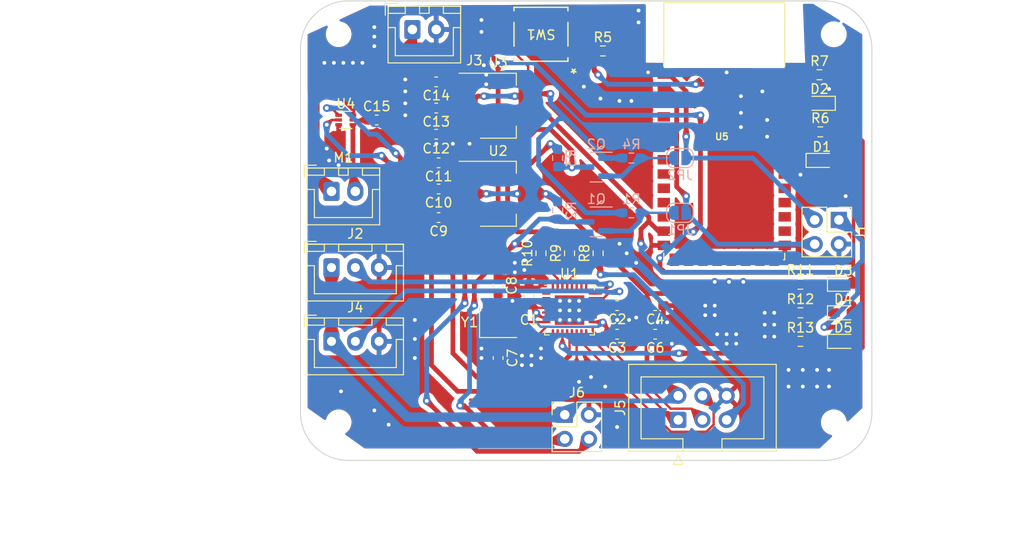
<source format=kicad_pcb>
(kicad_pcb (version 20221018) (generator pcbnew)
  (layers (0 "F.Cu" signal) (31 "B.Cu" signal) (34 "B.Paste" user) (35 "F.Paste" user) (36 "B.SilkS" user "B.Silkscreen") (37 "F.SilkS" user "F.Silkscreen") (38 "B.Mask" user) (39 "F.Mask" user) (44 "Edge.Cuts" user))
  (net 0 "")
  (net 1 "GND")
  (net 2 "+5V")
  (net 3 "Net-(U1-AREF)")
  (net 4 "Net-(U1-XTAL2{slash}PB7)")
  (net 5 "Net-(U1-XTAL1{slash}PB6)")
  (net 6 "VCC")
  (net 7 "+3.3V")
  (net 8 "Net-(D1-A)")
  (net 9 "Net-(D2-A)")
  (net 10 "Net-(J1-Pin_3)")
  (net 11 "Net-(J1-Pin_4)")
  (net 12 "A2")
  (net 13 "A1")
  (net 14 "/MISO")
  (net 15 "/SCK")
  (net 16 "/MOSI")
  (net 17 "/RST")
  (net 18 "/TX")
  (net 19 "/RX")
  (net 20 "Net-(U5-PIO[11])")
  (net 21 "Net-(U5-PIO[8])")
  (net 22 "STATE")
  (net 23 "Net-(U1-PD0)")
  (net 24 "Net-(U1-PD1)")
  (net 25 "Net-(D3-K)")
  (net 26 "Net-(D4-K)")
  (net 27 "Net-(D5-K)")
  (net 37 "/SDA")
  (net 38 "/SCL")
  (net 40 "IN1")
  (net 41 "IN2")
  (net 42 "Net-(M1--)")
  (net 43 "Net-(M1-+)")
  (net 58 "unconnected-(U5-PIO[10]-Pad33)")
  (net 68 "/Communication /RX3.3v")
  (net 69 "/Communication /TX3.3v")
  (footprint "Capacitor_SMD:C_0603_1608Metric_Pad1.08x0.95mm_HandSolder" (layer "F.Cu") (at 166.5 108.75 90)
    (fp_text reference "C7")
    (fp_text value "8pf")
  )
  (footprint "LED_SMD:LED_0603_1608Metric_Pad1.05x0.95mm_HandSolder" (layer "F.Cu") (at 202.75 104)
    (fp_text reference "D4")
    (fp_text value "LED_G")
  )
  (footprint "Connector_PinHeader_2.54mm:PinHeader_2x02_P2.54mm_Vertical" (layer "F.Cu") (at 173.5 114.71)
    (fp_text reference "J6")
    (fp_text value "Conn_02x02_Counter_Clockwise")
  )
  (footprint "Capacitor_SMD:C_0603_1608Metric_Pad1.08x0.95mm_HandSolder" (layer "F.Cu") (at 160.25 91 180)
    (fp_text reference "C10")
    (fp_text value "22uf")
  )
  (footprint "LED_SMD:LED_0603_1608Metric_Pad1.05x0.95mm_HandSolder" (layer "F.Cu") (at 200.25 82 180)
    (fp_text reference "D2")
    (fp_text value "BLED")
  )
  (footprint "Connector_JST:JST_XH_B2B-XH-A_1x02_P2.50mm_Vertical" (layer "F.Cu") (at 149 91.25)
    (fp_text reference "M1")
    (fp_text value "Motor_DC")
  )
  (footprint "MountingHole:MountingHole_2.2mm_M2" (layer "F.Cu") (at 201.75 115.5)
    (fp_text reference "REF**" hide)
    (fp_text value "MountingHole_2.2mm_M2")
  )
  (footprint "Capacitor_SMD:C_0603_1608Metric_Pad1.08x0.95mm_HandSolder" (layer "F.Cu") (at 160 85.25 180)
    (fp_text reference "C12")
    (fp_text value "22uf")
  )
  (footprint "Connector_JST:JST_XH_B3B-XH-A_1x03_P2.50mm_Vertical" (layer "F.Cu") (at 149 107)
    (fp_text reference "J4")
    (fp_text value "Conn_01x03")
  )
  (footprint "LED_SMD:LED_0603_1608Metric_Pad1.05x0.95mm_HandSolder" (layer "F.Cu") (at 202.75 107)
    (fp_text reference "D5")
    (fp_text value "LED_B")
  )
  (footprint "LED_SMD:LED_0603_1608Metric_Pad1.05x0.95mm_HandSolder" (layer "F.Cu") (at 200.5 88)
    (fp_text reference "D1")
    (fp_text value "BLED")
  )
  (footprint "Capacitor_SMD:C_0603_1608Metric_Pad1.08x0.95mm_HandSolder" (layer "F.Cu") (at 166.5 101.1375 -90)
    (fp_text reference "C8")
    (fp_text value "8pf")
  )
  (footprint "Resistor_SMD:R_0603_1608Metric_Pad0.98x0.95mm_HandSolder" (layer "F.Cu") (at 171 97.75 90)
    (fp_text reference "R10")
    (fp_text value "1K")
  )
  (footprint "Capacitor_SMD:C_0603_1608Metric_Pad1.08x0.95mm_HandSolder" (layer "F.Cu") (at 183 106.25 180)
    (fp_text reference "C6")
    (fp_text value "1uf")
  )
  (footprint "Capacitor_SMD:C_0603_1608Metric_Pad1.08x0.95mm_HandSolder" (layer "F.Cu") (at 160.25 94 180)
    (fp_text reference "C9")
    (fp_text value "22uf")
  )
  (footprint "Capacitor_SMD:C_0603_1608Metric_Pad1.08x0.95mm_HandSolder" (layer "F.Cu") (at 169.75 102.25 -90)
    (fp_text reference "C1")
    (fp_text value ".1uf")
  )
  (footprint "MountingHole:MountingHole_2.2mm_M2" (layer "F.Cu") (at 149.75 74.75)
    (fp_text reference "REF**" hide)
    (fp_text value "MountingHole_2.2mm_M2")
  )
  (footprint "Resistor_SMD:R_0603_1608Metric_Pad0.98x0.95mm_HandSolder" (layer "F.Cu") (at 200.25 79)
    (fp_text reference "R7")
    (fp_text value "10K")
  )
  (footprint "Package_TO_SOT_SMD:SOT-563" (layer "F.Cu") (at 150.5 83.75)
    (fp_text reference "U4")
    (fp_text value "DRV8220DRLR")
  )
  (footprint "Package_DFN_QFN:QFN-32-1EP_5x5mm_P0.5mm_EP3.1x3.1mm" (layer "F.Cu") (at 174 103.72)
    (fp_text reference "U1")
    (fp_text value "ATmega328P-M")
  )
  (footprint "Capacitor_SMD:C_0603_1608Metric_Pad1.08x0.95mm_HandSolder" (layer "F.Cu") (at 160.25 88.25 180)
    (fp_text reference "C11")
    (fp_text value "22uf")
  )
  (footprint "Capacitor_SMD:C_0603_1608Metric_Pad1.08x0.95mm_HandSolder" (layer "F.Cu") (at 160 79.75 180)
    (fp_text reference "C14")
    (fp_text value "22uf")
  )
  (footprint "Resistor_SMD:R_0603_1608Metric_Pad0.98x0.95mm_HandSolder" (layer "F.Cu") (at 177 97.75 90)
    (fp_text reference "R8")
    (fp_text value "1K")
  )
  (footprint "Connector_IDC:IDC-Header_2x03_P2.54mm_Vertical" (layer "F.Cu") (at 185.42 115.25 90)
    (fp_text reference "J5")
    (fp_text value "AVR-ISP-6")
  )
  (footprint "Connector_JST:JST_XH_B2B-XH-A_1x02_P2.50mm_Vertical" (layer "F.Cu") (at 157.5 74.25)
    (fp_text reference "J3")
    (fp_text value "Conn_01x02")
  )
  (footprint "MountingHole:MountingHole_2.2mm_M2" (layer "F.Cu") (at 149.75 115.5)
    (fp_text reference "REF**" hide)
    (fp_text value "MountingHole_2.2mm_M2")
  )
  (footprint "Resistor_SMD:R_0603_1608Metric_Pad0.98x0.95mm_HandSolder" (layer "F.Cu") (at 177.5 76.5)
    (fp_text reference "R5")
    (fp_text value "1K")
  )
  (footprint "RF_Module:XCVR_HC-05" (layer "F.Cu") (at 190.25 85.25)
    (fp_text reference "U5")
    (fp_text value "HC-05")
  )
  (footprint "Resistor_SMD:R_0603_1608Metric_Pad0.98x0.95mm_HandSolder" (layer "F.Cu") (at 174 97.75 90)
    (fp_text reference "R9")
    (fp_text value "1K")
  )
  (footprint "Capacitor_SMD:C_0603_1608Metric_Pad1.08x0.95mm_HandSolder" (layer "F.Cu") (at 160 82.5 180)
    (fp_text reference "C13")
    (fp_text value "22uf")
  )
  (footprint "Package_TO_SOT_SMD:SOT-223-3_TabPin2" (layer "F.Cu") (at 166.5 82.25)
    (fp_text reference "U3")
    (fp_text value "AZ1117-3.3")
  )
  (footprint "MountingHole:MountingHole_2.2mm_M2" (layer "F.Cu") (at 201.75 74.75)
    (fp_text reference "REF**" hide)
    (fp_text value "MountingHole_2.2mm_M2")
  )
  (footprint "Capacitor_SMD:C_0603_1608Metric_Pad1.08x0.95mm_HandSolder" (layer "F.Cu") (at 183 103.25 180)
    (fp_text reference "C4")
    (fp_text value "1uf")
  )
  (footprint "Connector_JST:JST_XH_B3B-XH-A_1x03_P2.50mm_Vertical" (layer "F.Cu") (at 149 99.25)
    (fp_text reference "J2")
    (fp_text value "Conn_01x03")
  )
  (footprint "Button_Switch_SMD:PTS526" (layer "F.Cu") (at 171 74.75 180)
    (fp_text reference "SW1")
    (fp_text value "SW_Push")
  )
  (footprint "Package_TO_SOT_SMD:SOT-223-3_TabPin2" (layer "F.Cu") (at 166.5 91.5)
    (fp_text reference "U2")
    (fp_text value "AZ1117-5.0")
  )
  (footprint "Capacitor_SMD:C_0603_1608Metric_Pad1.08x0.95mm_HandSolder" (layer "F.Cu") (at 153.75 83.75)
    (fp_text reference "C15")
    (fp_text value "22uf")
  )
  (footprint "LED_SMD:LED_0603_1608Metric_Pad1.05x0.95mm_HandSolder" (layer "F.Cu") (at 202.75 101)
    (fp_text reference "D3")
    (fp_text value "LED_R")
  )
  (footprint "Crystal:Crystal_SMD_EuroQuartz_MT-4Pin_3.2x2.5mm" (layer "F.Cu") (at 166.5 105)
    (fp_text reference "Y1")
    (fp_text value "16MHz")
  )
  (footprint "Resistor_SMD:R_0603_1608Metric_Pad0.98x0.95mm_HandSolder" (layer "F.Cu") (at 198.25 107)
    (fp_text reference "R13")
    (fp_text value "330")
  )
  (footprint "Resistor_SMD:R_0603_1608Metric_Pad0.98x0.95mm_HandSolder" (layer "F.Cu") (at 200.3375 85)
    (fp_text reference "R6")
    (fp_text value "2K")
  )
  (footprint "Resistor_SMD:R_0603_1608Metric_Pad0.98x0.95mm_HandSolder" (layer "F.Cu") (at 198.25 101 180)
    (fp_text reference "R11")
    (fp_text value "1K")
  )
  (footprint "Capacitor_SMD:C_0603_1608Metric_Pad1.08x0.95mm_HandSolder" (layer "F.Cu") (at 179 106.25 180)
    (fp_text reference "C3")
    (fp_text value ".1uf")
  )
  (footprint "Resistor_SMD:R_0603_1608Metric_Pad0.98x0.95mm_HandSolder" (layer "F.Cu") (at 198.25 104)
    (fp_text reference "R12")
    (fp_text value "330")
  )
  (footprint "Capacitor_SMD:C_0603_1608Metric_Pad1.08x0.95mm_HandSolder" (layer "F.Cu") (at 179 103.25 180)
    (fp_text reference "C2")
    (fp_text value ".1uf")
  )
  (footprint "Connector_PinHeader_2.54mm:PinHeader_2x02_P2.54mm_Vertical" (layer "F.Cu") (at 202.29 94.25 -90)
    (fp_text reference "J1")
    (fp_text value "Conn_02x02_Counter_Clockwise")
  )
  (footprint "Package_TO_SOT_SMD:SOT-23" (layer "B.Cu") (at 176.8125 88.7 180)
    (fp_text reference "Q2")
    (fp_text value "BSS138")
  )
  (footprint "Jumper:SolderJumper-2_P1.3mm_Open_RoundedPad1.0x1.5mm" (layer "B.Cu") (at 185.6 93.5)
    (fp_text reference "JP1")
    (fp_text value "SolderJumper_2_Open")
  )
  (footprint "Jumper:SolderJumper-2_P1.3mm_Open_RoundedPad1.0x1.5mm" (layer "B.Cu") (at 185.6 87.75)
    (fp_text reference "JP2")
    (fp_text value "SolderJumper_2_Open")
  )
  (footprint "Resistor_SMD:R_0603_1608Metric_Pad0.98x0.95mm_HandSolder" (layer "B.Cu") (at 180.5 93.5 180)
    (fp_text reference "R1")
    (fp_text value "10K")
  )
  (footprint "Package_TO_SOT_SMD:SOT-23" (layer "B.Cu") (at 176.8125 94.45 180)
    (fp_text reference "Q1")
    (fp_text value "BSS138")
  )
  (footprint "Resistor_SMD:R_0603_1608Metric_Pad0.98x0.95mm_HandSolder" (layer "B.Cu") (at 180.5 87.75 180)
    (fp_text reference "R4")
    (fp_text value "10K")
  )
  (footprint "Resistor_SMD:R_0603_1608Metric_Pad0.98x0.95mm_HandSolder" (layer "B.Cu") (at 172.75 93.25 90)
    (fp_text reference "R2")
    (fp_text value "10K")
  )
  (footprint "Resistor_SMD:R_0603_1608Metric_Pad0.98x0.95mm_HandSolder" (layer "B.Cu") (at 172.75 87.75 90)
    (fp_text reference "R3")
    (fp_text value "10K")
  )
  (gr_arc (start 205.75 114.5) (mid 204.285534 118.035534) (end 200.75 119.5) (stroke (width 0.1)) (layer "Edge.Cuts"))
  (gr_line (start 200.75 119.5) (end 150.75 119.5) (stroke (width 0.1)) (layer "Edge.Cuts"))
  (gr_arc (start 145.743754 76.25) (mid 147.122738 72.79957) (end 150.5 71.25) (stroke (width 0.1)) (layer "Edge.Cuts"))
  (gr_arc (start 150.75 119.5) (mid 147.214466 118.035534) (end 145.75 114.5) (stroke (width 0.1)) (layer "Edge.Cuts"))
  (gr_line (start 145.75 114.5) (end 145.75 76.25) (stroke (width 0.1)) (layer "Edge.Cuts"))
  (gr_line (start 205.75 76.25) (end 205.75 114.5) (stroke (width 0.1)) (layer "Edge.Cuts"))
  (gr_line (start 150.5 71.25) (end 200.75 71.25) (stroke (width 0.1)) (layer "Edge.Cuts"))
  (gr_arc (start 200.75 71.25) (mid 204.285534 72.714466) (end 205.75 76.25) (stroke (width 0.1)) (layer "Edge.Cuts"))
  (segment (start 171.5625 103.97) (end 172.78 103.97) (width 0.25) (layer "F.Cu") (net 1))
  (segment (start 171.5625 102.97) (end 172.78 102.97) (width 0.25) (layer "F.Cu") (net 1))
  (segment (start 175.28 103.47) (end 175 103.75) (width 0.25) (layer "F.Cu") (net 1))
  (segment (start 149.75 85.5) (end 148.5 86.75) (width 1) (layer "F.Cu") (net 1))
  (segment (start 172.78 102.97) (end 173 102.75) (width 0.25) (layer "F.Cu") (net 1))
  (segment (start 149.75 84.5) (end 149.75 85.5) (width 0.5) (layer "F.Cu") (net 1))
  (segment (start 176.4375 103.47) (end 175.28 103.47) (width 0.25) (layer "F.Cu") (net 1))
  (segment (start 172.78 103.97) (end 173 103.75) (width 0.25) (layer "F.Cu") (net 1))
  (via (at 176.25 110.75) (size 0.8) (drill 0.4) (layers "F.Cu" "B.Cu") (net 1))
  (via (at 164.75 107.75) (size 0.8) (drill 0.4) (layers "F.Cu" "B.Cu") (net 1))
  (via (at 148.75 88) (size 0.8) (drill 0.4) (layers "F.Cu" "B.Cu") (net 1))
  (via (at 179 104.75) (size 0.8) (drill 0.4) (layers "F.Cu" "B.Cu") (net 1))
  (via (at 181.25 72.25) (size 0.8) (drill 0.4) (layers "F.Cu" "B.Cu") (net 1))
  (via (at 152.25 77.75) (size 0.8) (drill 0.4) (layers "F.Cu" "B.Cu") (net 1))
  (via (at 177.75 111.75) (size 0.8) (drill 0.4) (layers "F.Cu" "B.Cu") (net 1))
  (via (at 198.5 111.75) (size 0.8) (drill 0.4) (layers "F.Cu" "B.Cu") (net 1))
  (via (at 164.75 73.25) (size 0.8) (drill 0.4) (layers "F.Cu" "B.Cu") (net 1))
  (via (at 156.75 82) (size 0.8) (drill 0.4) (layers "F.Cu" "B.Cu") (net 1))
  (via (at 189.25 103.25) (size 0.8) (drill 0.4) (layers "F.Cu" "B.Cu") (net 1))
  (via (at 156.75 79.5) (size 0.8) (drill 0.4) (layers "F.Cu" "B.Cu") (net 1))
  (via (at 195.5 105.25) (size 0.8) (drill 0.4) (layers "F.Cu" "B.Cu") (net 1))
  (via (at 157.75 106.75) (size 0.8) (drill 0.4) (layers "F.Cu" "B.Cu") (net 1))
  (via (at 160 86.25) (size 0.8) (drill 0.4) (layers "F.Cu" "B.Cu") (net 1))
  (via (at 151.25 77.75) (size 0.8) (drill 0.4) (layers "F.Cu" "B.Cu") (net 1))
  (via (at 175.5 80.25) (size 0.8) (drill 0.4) (layers "F.Cu" "B.Cu") (net 1))
  (via (at 168 102.75) (size 0.8) (drill 0.4) (layers "F.Cu" "B.Cu") (net 1))
  (via (at 165.25 80) (size 0.8) (drill 0.4) (layers "F.Cu" "B.Cu") (net 1))
  (via (at 148.5 86.75) (size 0.8) (drill 0.4) (layers "F.Cu" "B.Cu") (net 1))
  (via (at 190.5 78.75) (size 0.8) (drill 0.4) (layers "F.Cu" "B.Cu") (net 1))
  (via (at 194.75 85.5) (size 0.8) (drill 0.4) (layers "F.Cu" "B.Cu") (net 1))
  (via (at 157.75 108.75) (size 0.8) (drill 0.4) (layers "F.Cu" "B.Cu") (net 1))
  (via (at 153.5 114.25) (size 0.8) (drill 0.4) (layers "F.Cu" "B.Cu") (net 1))
  (via (at 169.25 98.5) (size 0.8) (drill 0.4) (layers "F.Cu" "B.Cu") (net 1))
  (via (at 189.25 100.75) (size 0.8) (drill 0.4) (layers "F.Cu" "B.Cu") (net 1))
  (via (at 169 108.5) (size 0.8) (drill 0.4) (layers "F.Cu" "B.Cu") (net 1))
  (via (at 150.25 77.75) (size 0.8) (drill 0.4) (layers "F.Cu" "B.Cu") (net 1))
  (via (at 173 102.75) (size 0.8) (drill 0.4) (layers "F.Cu" "B.Cu") (net 1))
  (via (at 194.75 83.75) (size 0.8) (drill 0.4) (layers "F.Cu" "B.Cu") (net 1))
  (via (at 184.25 105) (size 0.8) (drill 0.4) (layers "F.Cu" "B.Cu") (net 1))
  (via (at 190.75 100.75) (size 0.8) (drill 0.4) (layers "F.Cu" "B.Cu") (net 1))
  (via (at 174 103.75) (size 0.8) (drill 0.4) (layers "F.Cu" "B.Cu") (net 1))
  (via (at 200 111.75) (size 0.8) (drill 0.4) (layers "F.Cu" "B.Cu") (net 1))
  (via (at 188.25 103.25) (size 0.8) (drill 0.4) (layers "F.Cu" "B.Cu") (net 1))
  (via (at 157.75 104.75) (size 0.8) (drill 0.4) (layers "F.Cu" "B.Cu") (net 1))
  (via (at 163.5 86.25) (size 0.8) (drill 0.4) (layers "F.Cu" "B.Cu") (net 1))
  (via (at 181 104.5) (size 0.8) (drill 0.4) (layers "F.Cu" "B.Cu") (net 1))
  (via (at 200 110) (size 0.8) (drill 0.4) (layers "F.Cu" "B.Cu") (net 1))
  (via (at 198.5 110) (size 0.8) (drill 0.4) (layers "F.Cu" "B.Cu") (net 1))
  (via (at 192 81.25) (size 0.8) (drill 0.4) (layers "F.Cu" "B.Cu") (net 1))
  (via (at 148.25 77.75) (size 0.8) (drill 0.4) (layers "F.Cu" "B.Cu") (net 1))
  (via (at 177.25 81.5) (size 0.8) (drill 0.4) (layers "F.Cu" "B.Cu") (net 1))
  (via (at 175 104.75) (size 0.8) (drill 0.4) (layers "F.Cu" "B.Cu") (net 1))
  (via (at 188.25 104.25) (size 0.8) (drill 0.4) (layers "F.Cu" "B.Cu") (net 1))
  (via (at 191.5 106.25) (size 0.8) (drill 0.4) (layers "F.Cu" "B.Cu") (net 1))
  (via (at 168.25 99.75) (size 0.8) (drill 0.4) (layers "F.Cu" "B.Cu") (net 1))
  (via (at 169 109.5) (size 0.8) (drill 0.4) (layers "F.Cu" "B.Cu") (net 1))
  (via (at 179.25 96.75) (size 0.8) (drill 0.4) (layers "F.Cu" "B.Cu") (net 1))
  (via (at 201.25 111.75) (size 0.8) (drill 0.4) (layers "F.Cu" "B.Cu") (net 1))
  (via (at 195.5 104) (size 0.8) (drill 0.4) (layers "F.Cu" "B.Cu") (net 1))
  (via (at 180 97.75) (size 0.8) (drill 0.4) (layers "F.Cu" "B.Cu") (net 1))
  (via (at 161.75 86.25) (size 0.8) (drill 0.4) (layers "F.Cu" "B.Cu") (net 1))
  (via (at 175 111.25) (size 0.8) (drill 0.4) (layers "F.Cu" "B.Cu") (net 1))
  (via (at 164.75 74.5) (size 0.8) (drill 0.4) (layers "F.Cu" "B.Cu") (net 1))
  (via (at 153.5 75) (size 0.8) (drill 0.4) (layers "F.Cu" "B.Cu") (net 1))
  (via (at 192 83) (size 0.8) (drill 0.4) (layers "F.Cu" "B.Cu") (net 1))
  (via (at 198.25 89.5) (size 0.8) (drill 0.4) (layers "F.Cu" "B.Cu") (net 1))
  (via (at 164.75 108.75) (size 0.8) (drill 0.4) (layers "F.Cu" "B.Cu") (net 1))
  (via (at 156.75 80.75) (size 0.8) (drill 0.4) (layers "F.Cu" "B.Cu") (net 1))
  (via (at 168.25 98.75) (size 0.8) (drill 0.4) (layers "F.Cu" "B.Cu") (net 1))
  (via (at 191.5 107.25) (size 0.8) (drill 0.4) (layers "F.Cu" "B.Cu") (net 1))
  (via (at 183.25 105) (size 0.8) (drill 0.4) (layers "F.Cu" "B.Cu") (net 1))
  (via (at 181 98.75) (size 0.8) (drill 0.4) (layers "F.Cu" "B.Cu") (net 1))
  (via (at 165 78) (size 0.8) (drill 0.4) (layers "F.Cu" "B.Cu") (net 1))
  (via (at 174 104.75) (size 0.8) (drill 0.4) (layers "F.Cu" "B.Cu") (net 1))
  (via (at 153.5 76) (size 0.8) (drill 0.4) (layers "F.Cu" "B.Cu") (net 1))
  (via (at 173 104.75) (size 0.8) (drill 0.4) (layers "F.Cu" "B.Cu") (net 1))
  (via (at 194.5 105.25) (size 0.8) (drill 0.4) (layers "F.Cu" "B.Cu") (net 1))
  (via (at 203 91.75) (size 0.8) (drill 0.4) (layers "F.Cu" "B.Cu") (net 1))
  (via (at 184.75 107.25) (size 0.8) (drill 0.4) (layers "F.Cu" "B.Cu") (net 1))
  (via (at 153.5 74) (size 0.8) (drill 0.4) (layers "F.Cu" "B.Cu") (net 1))
  (via (at 179.25 81.75) (size 0.8) (drill 0.4) (layers "F.Cu" "B.Cu") (net 1))
  (via (at 180.25 104.75) (size 0.8) (drill 0.4) (layers "F.Cu" "B.Cu") (net 1))
  (via (at 149.75 88.5) (size 0.8) (drill 0.4) (layers "F.Cu" "B.Cu") (net 1))
  (via (at 195.5 106.5) (size 0.8) (drill 0.4) (layers "F.Cu" "B.Cu") (net 1))
  (via (at 171 107.75) (size 0.8) (drill 0.4) (layers "F.Cu" "B.Cu") (net 1))
  (via (at 179 116) (size 0.8) (drill 0.4) (layers "F.Cu" "B.Cu") (net 1))
  (via (at 173 103.75) (size 0.8) (drill 0.4) (layers "F.Cu" "B.Cu") (net 1))
  (via (at 192.25 100.75) (size 0.8) (drill 0.4) (layers "F.Cu" "B.Cu") (net 1))
  (via (at 170 108.5) (size 0.8) (drill 0.4) (layers "F.Cu" "B.Cu") (net 1))
  (via (at 197 111.75) (size 0.8) (drill 0.4) (layers "F.Cu" "B.Cu") (net 1))
  (via (at 180.5 81.75) (size 0.8) (drill 0.4) (layers "F.Cu" "B.Cu") (net 1))
  (via (at 156.75 83.25) (size 0.8) (drill 0.4) (layers "F.Cu" "B.Cu") (net 1))
  (via (at 174 102.75) (size 0.8) (drill 0.4) (layers "F.Cu" "B.Cu") (net 1))
  (via (at 197 110) (size 0.8) (drill 0.4) (layers "F.Cu" "B.Cu") (net 1))
  (via (at 190.5 106.25) (size 0.8) (drill 0.4) (layers "F.Cu" "B.Cu") (net 1))
  (via (at 175 102.75) (size 0.8) (drill 0.4) (layers "F.Cu" "B.Cu") (net 1))
  (via (at 171 108.75) (size 0.8) (drill 0.4) (layers "F.Cu" "B.Cu") (net 1))
  (via (at 181.25 73.5) (size 0.8) (drill 0.4) (layers "F.Cu" "B.Cu") (net 1))
  (via (at 190.5 107.25) (size 0.8) (drill 0.4) (layers "F.Cu" "B.Cu") (net 1))
  (via (at 194.5 104) (size 0.8) (drill 0.4) (layers "F.Cu" "B.Cu") (net 1))
  (via (at 165.25 79) (size 0.8) (drill 0.4) (layers "F.Cu" "B.Cu") (net 1))
  (via (at 194.25 80.75) (size 0.8) (drill 0.4) (layers "F.Cu" "B.Cu") (net 1))
  (via (at 150 112.25) (size 0.8) (drill 0.4) (layers "F.Cu" "B.Cu") (net 1))
  (via (at 149.25 77.75) (size 0.8) (drill 0.4) (layers "F.Cu" "B.Cu") (net 1))
  (via (at 194.5 106.5) (size 0.8) (drill 0.4) (layers "F.Cu" "B.Cu") (net 1))
  (via (at 170 109.5) (size 0.8) (drill 0.4) (layers "F.Cu" "B.Cu") (net 1))
  (via (at 189.25 104.25) (size 0.8) (drill 0.4) (layers "F.Cu" "B.Cu") (net 1))
  (via (at 175 103.75) (size 0.8) (drill 0.4) (layers "F.Cu" "B.Cu") (net 1))
  (via (at 189.5 106.25) (size 0.8) (drill 0.4) (layers "F.Cu" "B.Cu") (net 1))
  (via (at 201.25 80.5) (size 0.8) (drill 0.4) (layers "F.Cu" "B.Cu") (net 1))
  (via (at 169.25 99.5) (size 0.8) (drill 0.4) (layers "F.Cu" "B.Cu") (net 1))
  (via (at 201.25 110) (size 0.8) (drill 0.4) (layers "F.Cu" "B.Cu") (net 1))
  (via (at 192 84.5) (size 0.8) (drill 0.4) (layers "F.Cu" "B.Cu") (net 1))
  (via (at 155 115.75) (size 0.8) (drill 0.4) (layers "F.Cu" "B.Cu") (net 1))
  (segment (start 149 99.25) (end 149 107) (width 1) (layer "F.Cu") (net 2))
  (segment (start 162.85 91) (end 163.35 91.5) (width 0.25) (layer "F.Cu") (net 2))
  (segment (start 161.1125 91) (end 162.85 91) (width 0.5) (layer "F.Cu") (net 2))
  (segment (start 177 96.8375) (end 182.1375 101.975) (width 0.5) (layer "F.Cu") (net 2))
  (segment (start 180.6375 107.75) (end 179.6375 107.75) (width 0.5) (layer "F.Cu") (net 2))
  (segment (start 177.5 105.1375) (end 177.5 105) (width 0.25) (layer "F.Cu") (net 2))
  (segment (start 182.1375 101.975) (end 194.975 101.975) (width 0.5) (layer "F.Cu") (net 2))
  (segment (start 182.1375 103.25) (end 182.1375 106.25) (width 0.5) (layer "F.Cu") (net 2))
  (segment (start 161.1125 88.25) (end 161.1125 91) (width 0.5) (layer "F.Cu") (net 2))
  (segment (start 194.975 101.975) (end 195.5 102.5) (width 0.5) (layer "F.Cu") (net 2))
  (segment (start 171.5625 104.47) (end 171.07526 104.47) (width 0.25) (layer "F.Cu") (net 2))
  (segment (start 195.5 102.5) (end 203.25 102.5) (width 0.5) (layer "F.Cu") (net 2))
  (segment (start 171.6625 91.5) (end 177 96.8375) (width 0.5) (layer "F.Cu") (net 2))
  (segment (start 170.5 103.89474) (end 170.1075 103.50224) (width 0.25) (layer "F.Cu") (net 2))
  (segment (start 171.5 91.5) (end 171.6625 91.5) (width 0.25) (layer "F.Cu") (net 2))
  (segment (start 177.5 105) (end 177.3625 105) (width 0.25) (layer "F.Cu") (net 2))
  (segment (start 171.07526 104.47) (end 170.60526 104) (width 0.25) (layer "F.Cu") (net 2))
  (segment (start 169.65 91.5) (end 171.5 91.5) (width 0.5) (layer "F.Cu") (net 2))
  (segment (start 179.6375 107.75) (end 178.1375 106.25) (width 0.5) (layer "F.Cu") (net 2))
  (segment (start 177.3325 104.97) (end 176.4375 104.97) (width 0.25) (layer "F.Cu") (net 2))
  (segment (start 182.1375 106.25) (end 180.6375 107.75) (width 0.5) (layer "F.Cu") (net 2))
  (segment (start 203.875 103.125) (end 203.875 104) (width 0.5) (layer "F.Cu") (net 2))
  (segment (start 170.1075 103.50224) (end 170.1075 103.47) (width 0.25) (layer "F.Cu") (net 2))
  (segment (start 169.75 103.1125) (end 170.1075 103.47) (width 0.25) (layer "F.Cu") (net 2))
  (segment (start 178.1375 106.25) (end 178.1375 105.775) (width 0.25) (layer "F.Cu") (net 2))
  (segment (start 185.42 112.71) (end 182.1375 109.4275) (width 0.5) (layer "F.Cu") (net 2))
  (segment (start 169.65 88.6) (end 169.65 91.5) (width 0.5) (layer "F.Cu") (net 2))
  (segment (start 169.65 91.5) (end 168.5 91.5) (width 0.5) (layer "F.Cu") (net 2))
  (segment (start 170.60526 104) (end 170.5 104) (width 0.25) (layer "F.Cu") (net 2))
  (segment (start 182.1375 109.4275) (end 182.1375 106.25) (width 0.5) (layer "F.Cu") (net 2))
  (segment (start 182.1375 101.975) (end 182.1375 103.25) (width 0.5) (layer "F.Cu") (net 2))
  (segment (start 172 86.25) (end 169.65 88.6) (width 0.5) (layer "F.Cu") (net 2))
  (segment (start 178.1375 105.775) (end 177.5 105.1375) (width 0.25) (layer "F.Cu") (net 2))
  (segment (start 203.25 102.5) (end 203.875 103.125) (width 0.5) (layer "F.Cu") (net 2))
  (segment (start 170.5 104) (end 170.5 103.89474) (width 0.25) (layer "F.Cu") (net 2))
  (segment (start 177.3625 105) (end 177.3325 104.97) (width 0.25) (layer "F.Cu") (net 2))
  (segment (start 165.25 91.5) (end 163.35 91.5) (width 0.5) (layer "F.Cu") (net 2))
  (segment (start 170.1075 103.47) (end 171.5625 103.47) (width 0.25) (layer "F.Cu") (net 2))
  (via (at 177.5 105) (size 0.8) (drill 0.4) (layers "F.Cu" "B.Cu") (net 2))
  (via (at 172 86.25) (size 0.8) (drill 0.4) (layers "F.Cu" "B.Cu") (net 2))
  (via (at 171.5 91.5) (size 0.8) (drill 0.4) (layers "F.Cu" "B.Cu") (net 2))
  (via (at 168.5 91.5) (size 0.8) (drill 0.4) (layers "F.Cu" "B.Cu") (net 2))
  (via (at 170.5 104) (size 0.8) (drill 0.4) (layers "F.Cu" "B.Cu") (net 2))
  (via (at 165.25 91.5) (size 0.8) (drill 0.4) (layers "F.Cu" "B.Cu") (net 2))
  (segment (start 170.25 104.25) (end 170.5 104) (width 0.25) (layer "B.Cu") (net 2))
  (segment (start 184.88 113.25) (end 185.42 112.71) (width 0.5) (layer "B.Cu") (net 2))
  (segment (start 149 107) (end 156.96 114.96) (width 1) (layer "B.Cu") (net 2))
  (segment (start 170.25 104.75) (end 170.25 104.25) (width 0.25) (layer "B.Cu") (net 2))
  (segment (start 172 86.25) (end 172.1625 86.25) (width 0.5) (layer "B.Cu") (net 2))
  (segment (start 173.5 114.96) (end 175.21 113.25) (width 0.5) (layer "B.Cu") (net 2))
  (segment (start 168.5 91.5) (end 165.25 91.5) (width 0.5) (layer "B.Cu") (net 2))
  (segment (start 175.21 113.25) (end 184.88 113.25) (width 0.5) (layer "B.Cu") (net 2))
  (segment (start 177.5 105) (end 177.025 105.475) (width 0.25) (layer "B.Cu") (net 2))
  (segment (start 170.975 105.475) (end 170.25 104.75) (width 0.25) (layer "B.Cu") (net 2))
  (segment (start 171.9125 91.5) (end 172.75 92.3375) (width 0.5) (layer "B.Cu") (net 2))
  (segment (start 156.96 114.96) (end 173.5 114.96) (width 1) (layer "B.Cu") (net 2))
  (segment (start 172.1625 86.25) (end 172.75 86.8375) (width 0.5) (layer "B.Cu") (net 2))
  (segment (start 171.5 91.5) (end 171.9125 91.5) (width 0.25) (layer "B.Cu") (net 2))
  (segment (start 177.025 105.475) (end 170.975 105.475) (width 0.25) (layer "B.Cu") (net 2))
  (segment (start 177.4175 103.97) (end 176.4375 103.97) (width 0.25) (layer "F.Cu") (net 3))
  (segment (start 178.1375 103.25) (end 177.4175 103.97) (width 0.25) (layer "F.Cu") (net 3))
  (segment (start 166.5 107.8875) (end 166.5 107) (width 0.25) (layer "F.Cu") (net 4))
  (segment (start 166.225 106.725) (end 170.3075 106.725) (width 0.25) (layer "F.Cu") (net 4))
  (segment (start 165.4 105.9) (end 166.225 106.725) (width 0.25) (layer "F.Cu") (net 4))
  (segment (start 166.5 107) (end 165.4 105.9) (width 0.25) (layer "F.Cu") (net 4))
  (segment (start 170.3075 106.725) (end 171.5625 105.47) (width 0.25) (layer "F.Cu") (net 4))
  (segment (start 166.5 102) (end 166.5 103) (width 0.25) (layer "F.Cu") (net 5))
  (segment (start 167.6 104.1) (end 168.47 104.97) (width 0.25) (layer "F.Cu") (net 5))
  (segment (start 168.47 104.97) (end 171.5625 104.97) (width 0.25) (layer "F.Cu") (net 5))
  (segment (start 166.5 103) (end 167.6 104.1) (width 0.25) (layer "F.Cu") (net 5))
  (segment (start 165.2 93.8) (end 163.35 93.8) (width 0.5) (layer "F.Cu") (net 6))
  (segment (start 160.8625 85.25) (end 162.65 85.25) (width 0.5) (layer "F.Cu") (net 6))
  (segment (start 163.15 94) (end 163.35 93.8) (width 0.25) (layer "F.Cu") (net 6))
  (segment (start 152.8875 83.75) (end 151.25 83.75) (width 0.25) (layer "F.Cu") (net 6))
  (segment (start 166.5 92.5) (end 165.2 93.8) (width 0.5) (layer "F.Cu") (net 6))
  (segment (start 166.5 77.75) (end 166.5 83) (width 0.5) (layer "F.Cu") (net 6))
  (segment (start 187 95.5) (end 187.75 94.75) (width 0.5) (layer "F.Cu") (net 6))
  (segment (start 203.1 99.75) (end 184 99.75) (width 0.5) (layer "F.Cu") (net 6))
  (segment (start 161 76.75) (end 160.125 75.875) (width 0.5) (layer "F.Cu") (net 6))
  (segment (start 166.5 83.75) (end 166.5 92.5) (width 0.5) (layer "F.Cu") (net 6))
  (segment (start 166.5 83) (end 166.5 83.75) (width 0.5) (layer "F.Cu") (net 6))
  (segment (start 165.7 84.55) (end 163.35 84.55) (width 0.5) (layer "F.Cu") (net 6))
  (segment (start 157.125 75.875) (end 152.8875 80.1125) (width 1) (layer "F.Cu") (net 6))
  (segment (start 157.5 75.5) (end 157.125 75.875) (width 1) (layer "F.Cu") (net 6))
  (segment (start 152.8875 80.1125) (end 152.8875 83.75) (width 1) (layer "F.Cu") (net 6))
  (segment (start 165.5 76.75) (end 166.5 77.75) (width 0.5) (layer "F.Cu") (net 6))
  (segment (start 161.1125 94) (end 163.15 94) (width 0.5) (layer "F.Cu") (net 6))
  (segment (start 162.65 85.25) (end 163.35 84.55) (width 0.5) (layer "F.Cu") (net 6))
  (segment (start 184 99.75) (end 183.75 99.5) (width 0.5) (layer "F.Cu") (net 6))
  (segment (start 161 76.75) (end 165.5 76.75) (width 0.5) (layer "F.Cu") (net 6))
  (segment (start 157.5 75.5) (end 157.5 74.25) (width 1) (layer "F.Cu") (net 6))
  (segment (start 160.125 75.875) (end 157.125 75.875) (width 0.5) (layer "F.Cu") (net 6))
  (segment (start 203.875 100.525) (end 203.1 99.75) (width 0.5) (layer "F.Cu") (net 6))
  (segment (start 166.5 83.75) (end 165.7 84.55) (width 0.5) (layer "F.Cu") (net 6))
  (segment (start 203.875 101) (end 203.875 100.525) (width 0.25) (layer "F.Cu") (net 6))
  (segment (start 187.75 94.75) (end 187.75 83.25) (width 0.5) (layer "F.Cu") (net 6))
  (segment (start 183.5 99.25) (end 183.5 98.25) (width 0.5) (layer "F.Cu") (net 6))
  (via (at 183.5 98.25) (size 0.8) (drill 0.4) (layers "F.Cu" "B.Cu") (net 6))
  (via (at 166.5 77.75) (size 0.8) (drill 0.4) (layers "F.Cu" "B.Cu") (net 6))
  (via (at 187.75 83.25) (size 0.8) (drill 0.4) (layers "F.Cu" "B.Cu") (net 6))
  (via (at 187 95.5) (size 0.8) (drill 0.4) (layers "F.Cu" "B.Cu") (net 6))
  (segment (start 175.75 83.25) (end 170.25 77.75) (width 0.5) (layer "B.Cu") (net 6))
  (segment (start 186.25 95.5) (end 187 95.5) (width 0.5) (layer "B.Cu") (net 6))
  (segment (start 187.75 83.25) (end 175.75 83.25) (width 0.5) (layer "B.Cu") (net 6))
  (segment (start 170.25 77.75) (end 166.5 77.75) (width 0.5) (layer "B.Cu") (net 6))
  (segment (start 183.5 98.25) (end 186.25 95.5) (width 0.5) (layer "B.Cu") (net 6))
  (segment (start 183.75 98) (end 183.5 98.25) (width 0.5) (layer "B.Cu") (net 6))
  (segment (start 202.375 105.5) (end 203.875 107) (width 0.5) (layer "F.Cu") (net 7))
  (segment (start 160.8625 79.75) (end 160.8625 82.5) (width 0.5) (layer "F.Cu") (net 7))
  (segment (start 160.8625 82.5) (end 163.1 82.5) (width 0.5) (layer "F.Cu") (net 7))
  (segment (start 172 81) (end 169.9 81) (width 0.5) (layer "F.Cu") (net 7))
  (segment (start 169.65 81.25) (end 182.325 93.925) (width 0.5) (layer "F.Cu") (net 7))
  (segment (start 182.325 93.925) (end 182.325 94.4) (width 0.5) (layer "F.Cu") (net 7))
  (segment (start 164.35 81.25) (end 163.35 82.25) (width 0.5) (layer "F.Cu") (net 7))
  (segment (start 169.65 78.1) (end 168 76.45) (width 0.25) (layer "F.Cu") (net 7))
  (segment (start 163.1 82.5) (end 163.35 82.25) (width 0.25) (layer "F.Cu") (net 7))
  (segment (start 200.75 105.5) (end 202.375 105.5) (width 0.5) (layer "F.Cu") (net 7))
  (segment (start 169.65 81.25) (end 169.65 78.1) (width 0.25) (layer "F.Cu") (net 7))
  (segment (start 169.65 81.25) (end 168.25 81.25) (width 0.5) (layer "F.Cu") (net 7))
  (segment (start 165 81.25) (end 164.35 81.25) (width 0.5) (layer "F.Cu") (net 7))
  (segment (start 182.325 94.4) (end 183.35 95.425) (width 0.5) (layer "F.Cu") (net 7))
  (segment (start 181.5 95.225) (end 182.325 94.4) (width 0.5) (layer "F.Cu") (net 7))
  (segment (start 183.35 95.425) (end 183.9 95.425) (width 0.5) (layer "F.Cu") (net 7))
  (segment (start 181.5 96.75) (end 181.5 95.225) (width 0.5) (layer "F.Cu") (net 7))
  (segment (start 169.9 81) (end 169.65 81.25) (width 0.5) (layer "F.Cu") (net 7))
  (via (at 200.75 105.5) (size 0.8) (drill 0.4) (layers "F.Cu" "B.Cu") (net 7))
  (via (at 181.5 96.75) (size 0.8) (drill 0.4) (layers "F.Cu" "B.Cu") (net 7))
  (via (at 168.25 81.25) (size 0.8) (drill 0.4) (layers "F.Cu" "B.Cu") (net 7))
  (via (at 165 81.25) (size 0.8) (drill 0.4) (layers "F.Cu" "B.Cu") (net 7))
  (via (at 172 81) (size 0.8) (drill 0.4) (layers "F.Cu" "B.Cu") (net 7))
  (segment (start 204.25 99) (end 203.5 99.75) (width 0.5) (layer "B.Cu") (net 7))
  (segment (start 168.25 81.25) (end 165 81.25) (width 0.5) (layer "B.Cu") (net 7))
  (segment (start 177.75 93.5) (end 175.75 93.5) (width 0.5) (layer "B.Cu") (net 7))
  (segment (start 204.75 98.5) (end 204.25 99) (width 0.5) (layer "B.Cu") (net 7))
  (segment (start 204.75 96.5) (end 204.75 98.5) (width 0.5) (layer "B.Cu") (net 7))
  (segment (start 181.5 97.5) (end 181.5 96.75) (width 0.5) (layer "B.Cu") (net 7))
  (segment (start 202.5 94.25) (end 204.75 96.5) (width 0.5) (layer "B.Cu") (net 7))
  (segment (start 170.75 88.5) (end 170.75 85.75) (width 0.5) (layer "B.Cu") (net 7))
  (segment (start 204.25 102) (end 200.75 105.5) (width 0.5) (layer "B.Cu") (net 7))
  (segment (start 170.75 85.75) (end 172.875 83.625) (width 0.5) (layer "B.Cu") (net 7))
  (segment (start 177.75 87.75) (end 173.875 83.875) (width 0.5) (layer "B.Cu") (net 7))
  (segment (start 173.875 83.875) (end 172 82) (width 0.5) (layer "B.Cu") (net 7))
  (segment (start 183.75 99.75) (end 181.5 97.5) (width 0.5) (layer "B.Cu") (net 7))
  (segment (start 202.29 94.25) (end 202.5 94.25) (width 0.25) (layer "B.Cu") (net 7))
  (segment (start 204.25 99) (end 204.25 102) (width 0.5) (layer "B.Cu") (net 7))
  (segment (start 175.75 93.5) (end 170.75 88.5) (width 0.5) (layer "B.Cu") (net 7))
  (segment (start 172.875 83.625) (end 173.625 83.625) (width 0.5) (layer "B.Cu") (net 7))
  (segment (start 179.5875 87.75) (end 177.75 87.75) (width 0.5) (layer "B.Cu") (net 7))
  (segment (start 172 82) (end 172 81) (width 0.5) (layer "B.Cu") (net 7))
  (segment (start 179.5875 93.5) (end 177.75 93.5) (width 0.5) (layer "B.Cu") (net 7))
  (segment (start 203.5 99.75) (end 183.75 99.75) (width 0.5) (layer "B.Cu") (net 7))
  (segment (start 201.375 87.875) (end 201.25 87.75) (width 0.25) (layer "F.Cu") (net 8))
  (segment (start 201.375 88) (end 201.375 85.125) (width 0.5) (layer "F.Cu") (net 8))
  (segment (start 199.375 82) (end 199.375 79.0375) (width 0.5) (layer "F.Cu") (net 9))
  (segment (start 199.375 79.0375) (end 199.3375 79) (width 0.25) (layer "F.Cu") (net 9))
  (segment (start 186.25 80.75) (end 186.25 85.5) (width 0.5) (layer "F.Cu") (net 10))
  (segment (start 184.175 78.925) (end 184.425 78.925) (width 0.5) (layer "F.Cu") (net 10))
  (segment (start 184.425 78.925) (end 186.25 80.75) (width 0.5) (layer "F.Cu") (net 10))
  (segment (start 183.9 78.925) (end 184.175 78.925) (width 0.25) (layer "F.Cu") (net 10))
  (via (at 186.25 85.5) (size 0.8) (drill 0.4) (layers "F.Cu" "B.Cu") (net 10))
  (segment (start 199.75 94.25) (end 193.25 87.75) (width 0.5) (layer "B.Cu") (net 10))
  (segment (start 193.25 87.75) (end 186.25 87.75) (width 0.5) (layer "B.Cu") (net 10))
  (segment (start 186.25 85.5) (end 186.25 87.75) (width 0.5) (layer "B.Cu") (net 10))
  (segment (start 185.25 81.25) (end 185.25 90.75) (width 0.5) (layer "F.Cu") (net 11))
  (segment (start 184.05 80.425) (end 184.425 80.425) (width 0.5) (layer "F.Cu") (net 11))
  (segment (start 183.9 80.425) (end 184.05 80.425) (width 0.25) (layer "F.Cu") (net 11))
  (segment (start 184.425 80.425) (end 185.25 81.25) (width 0.5) (layer "F.Cu") (net 11))
  (segment (start 185.25 90.75) (end 186.25 91.75) (width 0.5) (layer "F.Cu") (net 11))
  (via (at 186.25 91.75) (size 0.8) (drill 0.4) (layers "F.Cu" "B.Cu") (net 11))
  (segment (start 199.75 96.79) (end 189.54 96.79) (width 0.5) (layer "B.Cu") (net 11))
  (segment (start 186.25 91.75) (end 186.25 93.5) (width 0.5) (layer "B.Cu") (net 11))
  (segment (start 189.54 96.79) (end 186.25 93.5) (width 0.5) (layer "B.Cu") (net 11))
  (segment (start 177.28 101.97) (end 176.4375 101.97) (width 0.25) (layer "F.Cu") (net 12))
  (segment (start 177.28 101.97) (end 178.25 101) (width 0.25) (layer "F.Cu") (net 12))
  (via (at 178.25 101) (size 0.8) (drill 0.4) (layers "F.Cu" "B.Cu") (net 12))
  (segment (start 177.047918 101) (end 176.797918 100.75) (width 0.5) (layer "B.Cu") (net 12))
  (segment (start 178.25 101) (end 177.047918 101) (width 0.5) (layer "B.Cu") (net 12))
  (segment (start 176.797918 100.75) (end 153 100.75) (width 0.5) (layer "B.Cu") (net 12))
  (segment (start 153 100.75) (end 151.5 99.25) (width 0.5) (layer "B.Cu") (net 12))
  (segment (start 178.297924 101.75) (end 179.25 101.75) (width 0.25) (layer "F.Cu") (net 13))
  (segment (start 176.4375 102.47) (end 177.577924 102.47) (width 0.25) (layer "F.Cu") (net 13))
  (segment (start 177.577924 102.47) (end 178.297924 101.75) (width 0.25) (layer "F.Cu") (net 13))
  (via (at 179.25 101.75) (size 0.8) (drill 0.4) (layers "F.Cu" "B.Cu") (net 13))
  (segment (start 177.897918 101.85) (end 177.747918 101.7) (width 0.5) (layer "B.Cu") (net 13))
  (segment (start 156.8 101.7) (end 151.5 107) (width 0.5) (layer "B.Cu") (net 13))
  (segment (start 179.25 101.75) (end 179.15 101.85) (width 0.5) (layer "B.Cu") (net 13))
  (segment (start 179.15 101.85) (end 177.897918 101.85) (width 0.5) (layer "B.Cu") (net 13))
  (segment (start 177.747918 101.7) (end 156.8 101.7) (width 0.5) (layer "B.Cu") (net 13))
  (segment (start 185.42 115.25) (end 184.8425 115.25) (width 0.25) (layer "F.Cu") (net 14))
  (segment (start 184.8425 115.25) (end 175.75 106.1575) (width 0.25) (layer "F.Cu") (net 14))
  (segment (start 184.622924 114.075) (end 176.4375 105.889576) (width 0.25) (layer "F.Cu") (net 15))
  (segment (start 176.4375 105.889576) (end 176.4375 105.47) (width 0.25) (layer "F.Cu") (net 15))
  (segment (start 186.785 114.075) (end 184.622924 114.075) (width 0.25) (layer "F.Cu") (net 15))
  (segment (start 187.96 115.25) (end 186.785 114.075) (width 0.25) (layer "F.Cu") (net 15))
  (segment (start 187.96 112.71) (end 189.135 113.885) (width 0.25) (layer "F.Cu") (net 16))
  (segment (start 188.371701 116.5) (end 184.6499 116.5) (width 0.25) (layer "F.Cu") (net 16))
  (segment (start 189.135 113.885) (end 189.135 115.736701) (width 0.25) (layer "F.Cu") (net 16))
  (segment (start 189.135 115.736701) (end 188.371701 116.5) (width 0.25) (layer "F.Cu") (net 16))
  (segment (start 175.25 107.1001) (end 175.25 106.1575) (width 0.25) (layer "F.Cu") (net 16))
  (segment (start 184.6499 116.5) (end 175.25 107.1001) (width 0.25) (layer "F.Cu") (net 16))
  (segment (start 177.25 100) (end 177.25 98.9125) (width 0.5) (layer "F.Cu") (net 17))
  (segment (start 173.75 100.79526) (end 173.75 101.2825) (width 0.25) (layer "F.Cu") (net 17))
  (segment (start 177.25 98.9125) (end 177 98.6625) (width 0.25) (layer "F.Cu") (net 17))
  (segment (start 177 98.6625) (end 175.88276 98.6625) (width 0.25) (layer "F.Cu") (net 17))
  (segment (start 175.88276 98.6625) (end 173.75 100.79526) (width 0.25) (layer "F.Cu") (net 17))
  (via (at 177.25 100) (size 0.8) (drill 0.4) (layers "F.Cu" "B.Cu") (net 17))
  (segment (start 190.5 115.25) (end 192.25 113.5) (width 0.5) (layer "B.Cu") (net 17))
  (segment (start 192.25 111.5) (end 180.75 100) (width 0.5) (layer "B.Cu") (net 17))
  (segment (start 192.25 113.5) (end 192.25 111.5) (width 0.5) (layer "B.Cu") (net 17))
  (segment (start 180.75 100) (end 177.25 100) (width 0.5) (layer "B.Cu") (net 17))
  (segment (start 171 96.8375) (end 168.3375 96.8375) (width 0.5) (layer "F.Cu") (net 18))
  (segment (start 162.5 113.75) (end 162.936828 113.75) (width 0.5) (layer "F.Cu") (net 18))
  (segment (start 164 101) (end 168.25 96.75) (width 0.5) (layer "F.Cu") (net 18))
  (segment (start 166.686828 117.5) (end 173.5 117.5) (width 0.5) (layer "F.Cu") (net 18))
  (segment (start 164 103.25) (end 164 101) (width 0.5) (layer "F.Cu") (net 18))
  (segment (start 162.936828 113.75) (end 166.686828 117.5) (width 0.5) (layer "F.Cu") (net 18))
  (segment (start 168.3375 96.8375) (end 168.25 96.75) (width 0.25) (layer "F.Cu") (net 18))
  (via (at 164 103.25) (size 0.8) (drill 0.4) (layers "F.Cu" "B.Cu") (net 18))
  (via (at 168.25 96.75) (size 0.8) (drill 0.4) (layers "F.Cu" "B.Cu") (net 18))
  (via (at 162.5 113.75) (size 0.8) (drill 0.4) (layers "F.Cu" "B.Cu") (net 18))
  (segment (start 163.5 112.25) (end 163.5 103.75) (width 0.5) (layer "B.Cu") (net 18))
  (segment (start 175.875 94.45) (end 173.0375 94.45) (width 0.5) (layer "B.Cu") (net 18))
  (segment (start 162.5 113.75) (end 162.5 113.25) (width 0.5) (layer "B.Cu") (net 18))
  (segment (start 162.5 113.25) (end 163.5 112.25) (width 0.5) (layer "B.Cu") (net 18))
  (segment (start 163.5 103.75) (end 164 103.25) (width 0.5) (layer "B.Cu") (net 18))
  (segment (start 170.8375 94.1625) (end 172.75 94.1625) (width 0.5) (layer "B.Cu") (net 18))
  (segment (start 173.0375 94.45) (end 172.75 94.1625) (width 0.25) (layer "B.Cu") (net 18))
  (segment (start 168.25 96.75) (end 170.8375 94.1625) (width 0.5) (layer "B.Cu") (net 18))
  (segment (start 164.3 118.55) (end 159 113.25) (width 0.5) (layer "F.Cu") (net 19))
  (segment (start 170.5 84.75) (end 172.025305 84.75) (width 0.5) (layer "F.Cu") (net 19))
  (segment (start 167.5 87.75) (end 170.5 84.75) (width 0.5) (layer "F.Cu") (net 19))
  (segment (start 172.025305 84.75) (end 174.25 86.974695) (width 0.5) (layer "F.Cu") (net 19))
  (segment (start 163 98) (end 167.5 93.5) (width 0.5) (layer "F.Cu") (net 19))
  (segment (start 168.5 95.5) (end 167.5 94.5) (width 0.5) (layer "F.Cu") (net 19))
  (segment (start 176.04 117.5) (end 174.99 118.55) (width 0.5) (layer "F.Cu") (net 19))
  (segment (start 172.6625 95.5) (end 168.5 95.5) (width 0.5) (layer "F.Cu") (net 19))
  (segment (start 167.5 94.5) (end 167.5 93.5) (width 0.5) (layer "F.Cu") (net 19))
  (segment (start 174.99 118.55) (end 164.3 118.55) (width 0.5) (layer "F.Cu") (net 19))
  (segment (start 174.25 86.974695) (end 174.25 88.75) (width 0.5) (layer "F.Cu") (net 19))
  (segment (start 167.5 93.5) (end 167.5 87.75) (width 0.5) (layer "F.Cu") (net 19))
  (segment (start 174 96.8375) (end 172.6625 95.5) (width 0.5) (layer "F.Cu") (net 19))
  (segment (start 163 103) (end 163 98) (width 0.5) (layer "F.Cu") (net 19))
  (via (at 163 103) (size 0.8) (drill 0.4) (layers "F.Cu" "B.Cu") (net 19))
  (via (at 174.25 88.75) (size 0.8) (drill 0.4) (layers "F.Cu" "B.Cu") (net 19))
  (via (at 159 113.25) (size 0.8) (drill 0.4) (layers "F.Cu" "B.Cu") (net 19))
  (segment (start 175.875 88.7) (end 172.7875 88.7) (width 0.5) (layer "B.Cu") (net 19))
  (segment (start 172.7875 88.7) (end 172.75 88.6625) (width 0.25) (layer "B.Cu") (net 19))
  (segment (start 159 107) (end 163 103) (width 0.5) (layer "B.Cu") (net 19))
  (segment (start 159 113.25) (end 159 107) (width 0.5) (layer "B.Cu") (net 19))
  (segment (start 176.5375 76.45) (end 176.5875 76.5) (width 0.25) (layer "F.Cu") (net 20))
  (segment (start 174 76.45) (end 176.5375 76.45) (width 0.5) (layer "F.Cu") (net 20))
  (segment (start 193.825 78.925) (end 196.6 78.925) (width 0.5) (layer "F.Cu") (net 20))
  (segment (start 176.5875 78.5875) (end 177 79) (width 0.5) (layer "F.Cu") (net 20))
  (segment (start 176.5875 76.5) (end 176.5875 78.5875) (width 0.5) (layer "F.Cu") (net 20))
  (segment (start 192.75 80) (end 193.825 78.925) (width 0.5) (layer "F.Cu") (net 20))
  (segment (start 187.25 80) (end 192.75 80) (width 0.5) (layer "F.Cu") (net 20))
  (via (at 187.25 80) (size 0.8) (drill 0.4) (layers "F.Cu" "B.Cu") (net 20))
  (via (at 177 79) (size 0.8) (drill 0.4) (layers "F.Cu" "B.Cu") (net 20))
  (segment (start 178 80) (end 177 79) (width 0.5) (layer "B.Cu") (net 20))
  (segment (start 187.25 80) (end 178 80) (width 0.5) (layer "B.Cu") (net 20))
  (segment (start 199.425 85) (end 199.130025 85) (width 0.5) (layer "F.Cu") (net 21))
  (segment (start 199.130025 85) (end 197.555025 83.425) (width 0.5) (layer "F.Cu") (net 21))
  (segment (start 197.555025 83.425) (end 196.6 83.425) (width 0.5) (layer "F.Cu") (net 21))
  (segment (start 185.5 108.25) (end 204.128854 108.25) (width 0.5) (layer "F.Cu") (net 22))
  (segment (start 202.75 83) (end 202.75 80.25) (width 0.5) (layer "F.Cu") (net 22))
  (segment (start 173.25 106.1575) (end 173.25 107.5) (width 0.25) (layer "F.Cu") (net 22))
  (segment (start 198.75 83.5) (end 202.25 83.5) (width 0.5) (layer "F.Cu") (net 22))
  (segment (start 202.75 80.25) (end 201.5 79) (width 0.5) (layer "F.Cu") (net 22))
  (segment (start 196.675 82) (end 196.6 81.925) (width 0.25) (layer "F.Cu") (net 22))
  (segment (start 202.25 83.5) (end 202.75 83) (width 0.5) (layer "F.Cu") (net 22))
  (segment (start 196.6 81.925) (end 196.75 81.925) (width 0.25) (layer "F.Cu") (net 22))
  (segment (start 204.128854 108.25) (end 204.75 107.628854) (width 0.5) (layer "F.Cu") (net 22))
  (segment (start 197.175 81.925) (end 198.75 83.5) (width 0.5) (layer "F.Cu") (net 22))
  (segment (start 201.5 79) (end 201.1625 79) (width 0.25) (layer "F.Cu") (net 22))
  (segment (start 196.75 81.925) (end 197.175 81.925) (width 0.5) (layer "F.Cu") (net 22))
  (segment (start 204.75 86) (end 202.25 83.5) (width 0.5) (layer "F.Cu") (net 22))
  (segment (start 204.75 107.628854) (end 204.75 86) (width 0.5) (layer "F.Cu") (net 22))
  (via (at 185.5 108.25) (size 0.8) (drill 0.4) (layers "F.Cu" "B.Cu") (net 22))
  (via (at 173.25 107.5) (size 0.8) (drill 0.4) (layers "F.Cu" "B.Cu") (net 22))
  (segment (start 174 108.25) (end 173.25 107.5) (width 0.5) (layer "B.Cu") (net 22))
  (segment (start 185.5 108.25) (end 174 108.25) (width 0.5) (layer "B.Cu") (net 22))
  (segment (start 173.25 107.5) (end 173.375 107.625) (width 0.5) (layer "B.Cu") (net 22))
  (segment (start 174 98.6625) (end 173.25 99.4125) (width 0.25) (layer "F.Cu") (net 23))
  (segment (start 173.25 99.4125) (end 173.25 101.2825) (width 0.25) (layer "F.Cu") (net 23))
  (segment (start 172.75 100.4125) (end 172.75 101.2825) (width 0.25) (layer "F.Cu") (net 24))
  (segment (start 171 98.6625) (end 172.75 100.4125) (width 0.25) (layer "F.Cu") (net 24))
  (segment (start 199.4125 101) (end 202.125 101) (width 0.5) (layer "F.Cu") (net 25))
  (segment (start 199.4125 104) (end 202.125 104) (width 0.5) (layer "F.Cu") (net 26))
  (segment (start 199.4125 107) (end 202.125 107) (width 0.5) (layer "F.Cu") (net 27))
  (segment (start 174.25 106.1575) (end 174.25 106.64474) (width 0.25) (layer "F.Cu") (net 40))
  (segment (start 164.25 110.75) (end 161.75 108.25) (width 0.5) (layer "F.Cu") (net 40))
  (segment (start 156.25 87.75) (end 155.75 87.25) (width 0.5) (layer "F.Cu") (net 40))
  (segment (start 161.75 100) (end 156.25 94.5) (width 0.5) (layer "F.Cu") (net 40))
  (segment (start 161.75 108.25) (end 161.75 100) (width 0.5) (layer "F.Cu") (net 40))
  (segment (start 174.25 106.64474) (end 174 106.89474) (width 0.25) (layer "F.Cu") (net 40))
  (segment (start 174 106.89474) (end 174 108.25) (width 0.25) (layer "F.Cu") (net 40))
  (segment (start 174 108.5) (end 171.75 110.75) (width 0.5) (layer "F.Cu") (net 40))
  (segment (start 148.5 82.5) (end 149 82.5) (width 0.25) (layer "F.Cu") (net 40))
  (segment (start 156.25 94.5) (end 156.25 87.75) (width 0.5) (layer "F.Cu") (net 40))
  (segment (start 171.75 110.75) (end 164.25 110.75) (width 0.5) (layer "F.Cu") (net 40))
  (segment (start 174 108.25) (end 174 108.5) (width 0.5) (layer "F.Cu") (net 40))
  (segment (start 149 82.5) (end 149.75 83.25) (width 0.25) (layer "F.Cu") (net 40))
  (via (at 148.5 82.5) (size 0.8) (drill 0.4) (layers "F.Cu" "B.Cu") (net 40))
  (via (at 155.75 87.25) (size 0.8) (drill 0.4) (layers "F.Cu" "B.Cu") (net 40))
  (segment (start 153 85.25) (end 150.25 82.5) (width 0.5) (layer "B.Cu") (net 40))
  (segment (start 155.75 87.25) (end 153.75 85.25) (width 0.5) (layer "B.Cu") (net 40))
  (segment (start 153.75 85.25) (end 153 85.25) (width 0.5) (layer "B.Cu") (net 40))
  (segment (start 150.25 82.5) (end 148.5 82.5) (width 0.5) (layer "B.Cu") (net 40))
  (segment (start 174.75 106.64474) (end 174.75 109) (width 0.25) (layer "F.Cu") (net 41))
  (segment (start 174.75 109) (end 174.75 109.5) (width 0.5) (layer "F.Cu") (net 41))
  (segment (start 172 112.25) (end 162.25 112.25) (width 0.5) (layer "F.Cu") (net 41))
  (segment (start 162.25 112.25) (end 159.5 109.5) (width 0.5) (layer "F.Cu") (net 41))
  (segment (start 174.75 106.1575) (end 174.75 106.64474) (width 0.25) (layer "F.Cu") (net 41))
  (segment (start 174.75 109.5) (end 172 112.25) (width 0.5) (layer "F.Cu") (net 41))
  (segment (start 155.25 95.25) (end 155.25 88.5) (width 0.5) (layer "F.Cu") (net 41))
  (segment (start 149 83.75) (end 149.75 83.75) (width 0.25) (layer "F.Cu") (net 41))
  (segment (start 159.5 109.5) (end 159.5 99.5) (width 0.5) (layer "F.Cu") (net 41))
  (segment (start 155.25 88.5) (end 154.25 87.5) (width 0.5) (layer "F.Cu") (net 41))
  (segment (start 159.5 99.5) (end 155.25 95.25) (width 0.5) (layer "F.Cu") (net 41))
  (segment (start 148.5 84.25) (end 149 83.75) (width 0.25) (layer "F.Cu") (net 41))
  (via (at 148.5 84.25) (size 0.8) (drill 0.4) (layers "F.Cu" "B.Cu") (net 41))
  (via (at 154.25 87.5) (size 0.8) (drill 0.4) (layers "F.Cu" "B.Cu") (net 41))
  (segment (start 148.5 85.25) (end 148.5 84.25) (width 0.5) (layer "B.Cu") (net 41))
  (segment (start 150.75 87.5) (end 148.5 85.25) (width 0.5) (layer "B.Cu") (net 41))
  (segment (start 154.25 87.5) (end 150.75 87.5) (width 0.5) (layer "B.Cu") (net 41))
  (segment (start 151.5 91.25) (end 151.5 91.725) (width 0.25) (layer "F.Cu") (net 42))
  (segment (start 151.25 84.5) (end 151.25 91) (width 0.5) (layer "F.Cu") (net 42))
  (segment (start 151.25 91) (end 151.5 91.25) (width 0.5) (layer "F.Cu") (net 42))
  (segment (start 151.25 83) (end 151.25 82.25) (width 0.5) (layer "F.Cu") (net 43))
  (segment (start 147.25 81.75) (end 148.5 80.5) (width 1) (layer "F.Cu") (net 43))
  (segment (start 147.25 89.5) (end 147.25 81.75) (width 1) (layer "F.Cu") (net 43))
  (segment (start 149.5 80.5) (end 151.25 82.25) (width 1) (layer "F.Cu") (net 43))
  (segment (start 148.5 80.5) (end 149.5 80.5) (width 1) (layer "F.Cu") (net 43))
  (segment (start 149 91.25) (end 149 91.725) (width 0.25) (layer "F.Cu") (net 43))
  (segment (start 149 91.25) (end 147.25 89.5) (width 1) (layer "F.Cu") (net 43))
  (segment (start 196.675 80.5) (end 196.6 80.425) (width 0.5) (layer "F.Cu") (net 58))
  (segment (start 181.4125 93.5) (end 181.4125 94.3375) (width 0.25) (layer "B.Cu") (net 68))
  (segment (start 180.35 95.4) (end 177.75 95.4) (width 0.5) (layer "B.Cu") (net 68))
  (segment (start 184.95 93.5) (end 181.4125 93.5) (width 0.25) (layer "B.Cu") (net 68))
  (segment (start 181.4125 94.3375) (end 180.35 95.4) (width 0.5) (layer "B.Cu") (net 68))
  (segment (start 184.95 87.75) (end 181.4125 87.75) (width 0.25) (layer "B.Cu") (net 69))
  (segment (start 177.75 89.65) (end 179.5125 89.65) (width 0.5) (layer "B.Cu") (net 69))
  (segment (start 179.5125 89.65) (end 181.4125 87.75) (width 0.5) (layer "B.Cu") (net 69))
  (zone (net 0) (net_name "") (layers "F&B.Cu") (name "BLE Lockout") (connect_pads (clearance 0)) (min_thickness 0.25)
    (keepout (tracks not_allowed) (vias not_allowed) (pads not_allowed) (copperpour not_allowed) (footprints allowed))
    (fill (thermal_gap 0.5) (thermal_bridge_width 0.5))
    (polygon (pts (xy 182 71.5) (xy 182 77.75) (xy 198.75 77.75) (xy 198.5 71.5)))
  )
  (zone (net 1) (net_name "GND") (layers "F&B.Cu") (connect_pads (clearance 0.5)) (min_thickness 0.25) (fill yes (thermal_gap 0.5) (thermal_bridge_width 0.5) (smoothing fillet))
    (polygon (pts (xy 146.5 74.75) (xy 146.5 114) (xy 152.5 118.25) (xy 200.25 118.25) (xy 204.75 114) (xy 204.75 74.75) (xy 199.5 71.5) (xy 153 71.75)))
  )
)
</source>
